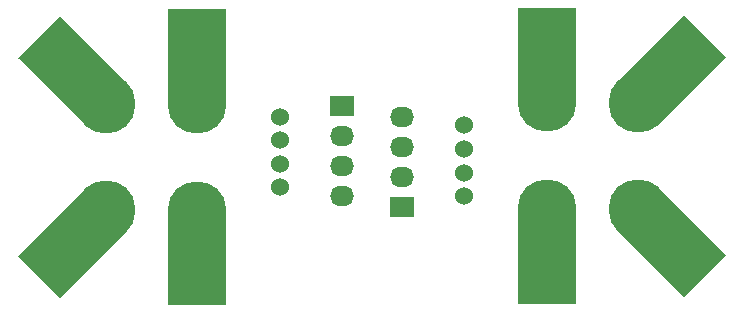
<source format=gbl>
G04 #@! TF.FileFunction,Copper,L2,Bot,Signal*
%FSLAX46Y46*%
G04 Gerber Fmt 4.6, Leading zero omitted, Abs format (unit mm)*
G04 Created by KiCad (PCBNEW 4.0.3-stable) date 03/15/17 04:31:10*
%MOMM*%
%LPD*%
G01*
G04 APERTURE LIST*
%ADD10C,0.100000*%
%ADD11C,5.000000*%
%ADD12R,5.000000X8.000000*%
%ADD13C,1.524000*%
%ADD14R,2.032000X1.727200*%
%ADD15O,2.032000X1.727200*%
G04 APERTURE END LIST*
D10*
D11*
X124350000Y-55850000D03*
D12*
X124350000Y-51850000D03*
D11*
X132050000Y-55950000D03*
D10*
G36*
X139474621Y-52060913D02*
X133817767Y-57717767D01*
X130282233Y-54182233D01*
X135939087Y-48525379D01*
X139474621Y-52060913D01*
X139474621Y-52060913D01*
G37*
D11*
X132050000Y-64950000D03*
D10*
G36*
X135939087Y-72374621D02*
X130282233Y-66717767D01*
X133817767Y-63182233D01*
X139474621Y-68839087D01*
X135939087Y-72374621D01*
X135939087Y-72374621D01*
G37*
D11*
X124350000Y-64950000D03*
D12*
X124350000Y-68950000D03*
D13*
X117350000Y-63850000D03*
X117350000Y-61850000D03*
X117350000Y-59850000D03*
X117350000Y-57850000D03*
D14*
X112050000Y-64750000D03*
D15*
X112050000Y-62210000D03*
X112050000Y-59670000D03*
X112050000Y-57130000D03*
D14*
X107000000Y-56200000D03*
D15*
X107000000Y-58740000D03*
X107000000Y-61280000D03*
X107000000Y-63820000D03*
D13*
X101700000Y-57100000D03*
X101700000Y-59100000D03*
X101700000Y-61100000D03*
X101700000Y-63100000D03*
D11*
X94700000Y-56000000D03*
D12*
X94700000Y-52000000D03*
D11*
X87000000Y-56000000D03*
D10*
G36*
X83110913Y-48575379D02*
X88767767Y-54232233D01*
X85232233Y-57767767D01*
X79575379Y-52110913D01*
X83110913Y-48575379D01*
X83110913Y-48575379D01*
G37*
D11*
X87000000Y-65000000D03*
D10*
G36*
X79575379Y-68889087D02*
X85232233Y-63232233D01*
X88767767Y-66767767D01*
X83110913Y-72424621D01*
X79575379Y-68889087D01*
X79575379Y-68889087D01*
G37*
D11*
X94700000Y-65100000D03*
D12*
X94700000Y-69100000D03*
M02*

</source>
